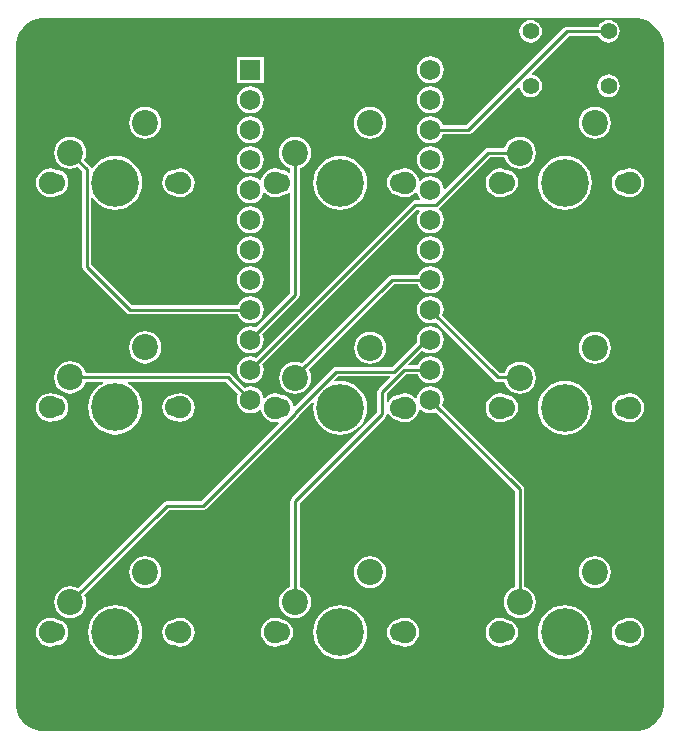
<source format=gbr>
%TF.GenerationSoftware,Altium Limited,Altium Designer,20.1.12 (249)*%
G04 Layer_Physical_Order=2*
G04 Layer_Color=16711680*
%FSLAX26Y26*%
%MOIN*%
%TF.SameCoordinates,63403D4D-F3CE-4837-A966-4B93B91F9A20*%
%TF.FilePolarity,Positive*%
%TF.FileFunction,Copper,L2,Bot,Signal*%
%TF.Part,Single*%
G01*
G75*
%TA.AperFunction,ComponentPad*%
%ADD10C,0.069016*%
%ADD11R,0.069016X0.069016*%
%ADD12C,0.086614*%
%ADD13C,0.066929*%
%ADD14C,0.074803*%
%ADD15C,0.159449*%
%ADD16C,0.055118*%
%TA.AperFunction,Conductor*%
%ADD17C,0.010000*%
G36*
X2099986Y2383104D02*
X2117540Y2375833D01*
X2133338Y2365277D01*
X2146773Y2351842D01*
X2157329Y2336044D01*
X2164600Y2318490D01*
X2168307Y2299854D01*
Y2290354D01*
Y104331D01*
Y95024D01*
X2164676Y76769D01*
X2157553Y59574D01*
X2147213Y44098D01*
X2134052Y30937D01*
X2118576Y20596D01*
X2101380Y13474D01*
X2083125Y9842D01*
X2073819Y9842D01*
X93250D01*
X75375Y13398D01*
X58538Y20372D01*
X43384Y30497D01*
X30497Y43384D01*
X20372Y58538D01*
X13398Y75375D01*
X9842Y93250D01*
X9842Y102362D01*
Y2292323D01*
Y2301629D01*
X13474Y2319884D01*
X20596Y2337080D01*
X30937Y2352555D01*
X44098Y2365716D01*
X59574Y2376057D01*
X76769Y2383180D01*
X95024Y2386811D01*
X2081351D01*
X2099986Y2383104D01*
D02*
G37*
%LPC*%
G36*
X1984252Y2380403D02*
X1974447Y2379112D01*
X1965310Y2375327D01*
X1957465Y2369307D01*
X1951444Y2361461D01*
X1949933Y2357814D01*
X1845324D01*
X1839472Y2356649D01*
X1834510Y2353334D01*
X1510643Y2029467D01*
X1431604D01*
X1428641Y2036619D01*
X1421507Y2045917D01*
X1412210Y2053051D01*
X1401383Y2057535D01*
X1389764Y2059065D01*
X1378145Y2057535D01*
X1367318Y2053051D01*
X1358020Y2045917D01*
X1350886Y2036619D01*
X1346402Y2025792D01*
X1344872Y2014173D01*
X1346402Y2002554D01*
X1350886Y1991727D01*
X1358020Y1982430D01*
X1367318Y1975296D01*
X1378145Y1970811D01*
X1389764Y1969281D01*
X1401383Y1970811D01*
X1412210Y1975296D01*
X1421507Y1982430D01*
X1428641Y1991727D01*
X1431604Y1998879D01*
X1516978D01*
X1522830Y2000043D01*
X1527792Y2003359D01*
X1681991Y2157558D01*
X1687270Y2155766D01*
X1687817Y2151613D01*
X1691602Y2142476D01*
X1697622Y2134630D01*
X1705468Y2128610D01*
X1714605Y2124825D01*
X1724409Y2123534D01*
X1734214Y2124825D01*
X1743351Y2128610D01*
X1751197Y2134630D01*
X1757217Y2142476D01*
X1761002Y2151613D01*
X1762293Y2161417D01*
X1761002Y2171222D01*
X1757217Y2180359D01*
X1751197Y2188205D01*
X1743351Y2194225D01*
X1734214Y2198010D01*
X1730061Y2198557D01*
X1728269Y2203836D01*
X1851659Y2327226D01*
X1949933D01*
X1951444Y2323578D01*
X1957465Y2315732D01*
X1965310Y2309712D01*
X1974447Y2305927D01*
X1984252Y2304637D01*
X1994057Y2305927D01*
X2003194Y2309712D01*
X2011039Y2315732D01*
X2017060Y2323578D01*
X2020844Y2332715D01*
X2022135Y2342520D01*
X2020844Y2352325D01*
X2017060Y2361461D01*
X2011039Y2369307D01*
X2003194Y2375327D01*
X1994057Y2379112D01*
X1984252Y2380403D01*
D02*
G37*
G36*
X1724409D02*
X1714605Y2379112D01*
X1705468Y2375327D01*
X1697622Y2369307D01*
X1691602Y2361461D01*
X1687817Y2352325D01*
X1686526Y2342520D01*
X1687817Y2332715D01*
X1691602Y2323578D01*
X1697622Y2315732D01*
X1705468Y2309712D01*
X1714605Y2305927D01*
X1724409Y2304637D01*
X1734214Y2305927D01*
X1743351Y2309712D01*
X1751197Y2315732D01*
X1757217Y2323578D01*
X1761002Y2332715D01*
X1762293Y2342520D01*
X1761002Y2352325D01*
X1757217Y2361461D01*
X1751197Y2369307D01*
X1743351Y2375327D01*
X1734214Y2379112D01*
X1724409Y2380403D01*
D02*
G37*
G36*
X834272Y2258681D02*
X745256D01*
Y2169665D01*
X834272D01*
Y2258681D01*
D02*
G37*
G36*
X1389764Y2259065D02*
X1378145Y2257535D01*
X1367318Y2253051D01*
X1358020Y2245917D01*
X1350886Y2236619D01*
X1346402Y2225792D01*
X1344872Y2214173D01*
X1346402Y2202554D01*
X1350886Y2191727D01*
X1358020Y2182430D01*
X1367318Y2175296D01*
X1378145Y2170811D01*
X1389764Y2169281D01*
X1401383Y2170811D01*
X1412210Y2175296D01*
X1421507Y2182430D01*
X1428641Y2191727D01*
X1433126Y2202554D01*
X1434656Y2214173D01*
X1433126Y2225792D01*
X1428641Y2236619D01*
X1421507Y2245917D01*
X1412210Y2253051D01*
X1401383Y2257535D01*
X1389764Y2259065D01*
D02*
G37*
G36*
X1984252Y2199300D02*
X1974447Y2198010D01*
X1965310Y2194225D01*
X1957465Y2188205D01*
X1951444Y2180359D01*
X1947660Y2171222D01*
X1946369Y2161417D01*
X1947660Y2151613D01*
X1951444Y2142476D01*
X1957465Y2134630D01*
X1965310Y2128610D01*
X1974447Y2124825D01*
X1984252Y2123534D01*
X1994057Y2124825D01*
X2003194Y2128610D01*
X2011039Y2134630D01*
X2017060Y2142476D01*
X2020844Y2151613D01*
X2022135Y2161417D01*
X2020844Y2171222D01*
X2017060Y2180359D01*
X2011039Y2188205D01*
X2003194Y2194225D01*
X1994057Y2198010D01*
X1984252Y2199300D01*
D02*
G37*
G36*
X1389764Y2159065D02*
X1378145Y2157535D01*
X1367318Y2153051D01*
X1358020Y2145917D01*
X1350886Y2136619D01*
X1346402Y2125792D01*
X1344872Y2114173D01*
X1346402Y2102554D01*
X1350886Y2091727D01*
X1358020Y2082430D01*
X1367318Y2075296D01*
X1378145Y2070811D01*
X1389764Y2069281D01*
X1401383Y2070811D01*
X1412210Y2075296D01*
X1421507Y2082430D01*
X1428641Y2091727D01*
X1433126Y2102554D01*
X1434656Y2114173D01*
X1433126Y2125792D01*
X1428641Y2136619D01*
X1421507Y2145917D01*
X1412210Y2153051D01*
X1401383Y2157535D01*
X1389764Y2159065D01*
D02*
G37*
G36*
X789764D02*
X778145Y2157535D01*
X767318Y2153051D01*
X758020Y2145917D01*
X750886Y2136619D01*
X746402Y2125792D01*
X744872Y2114173D01*
X746402Y2102554D01*
X750886Y2091727D01*
X758020Y2082430D01*
X767318Y2075296D01*
X778145Y2070811D01*
X789764Y2069281D01*
X801383Y2070811D01*
X812210Y2075296D01*
X821507Y2082430D01*
X828641Y2091727D01*
X833126Y2102554D01*
X834656Y2114173D01*
X833126Y2125792D01*
X828641Y2136619D01*
X821507Y2145917D01*
X812210Y2153051D01*
X801383Y2157535D01*
X789764Y2159065D01*
D02*
G37*
G36*
X1938539Y2091838D02*
X1924623Y2090006D01*
X1911656Y2084635D01*
X1900520Y2076090D01*
X1891976Y2064954D01*
X1886604Y2051987D01*
X1884772Y2038071D01*
X1886604Y2024155D01*
X1891976Y2011187D01*
X1900520Y2000052D01*
X1911656Y1991507D01*
X1924623Y1986136D01*
X1938539Y1984304D01*
X1952455Y1986136D01*
X1965423Y1991507D01*
X1976559Y2000052D01*
X1985103Y2011187D01*
X1990474Y2024155D01*
X1992306Y2038071D01*
X1990474Y2051987D01*
X1985103Y2064954D01*
X1976559Y2076090D01*
X1965423Y2084635D01*
X1952455Y2090006D01*
X1938539Y2091838D01*
D02*
G37*
G36*
X1189327D02*
X1175411Y2090006D01*
X1162443Y2084635D01*
X1151308Y2076090D01*
X1142763Y2064954D01*
X1137392Y2051987D01*
X1135560Y2038071D01*
X1137392Y2024155D01*
X1142763Y2011187D01*
X1151308Y2000052D01*
X1162443Y1991507D01*
X1175411Y1986136D01*
X1189327Y1984304D01*
X1203243Y1986136D01*
X1216210Y1991507D01*
X1227346Y2000052D01*
X1235891Y2011187D01*
X1241262Y2024155D01*
X1243094Y2038071D01*
X1241262Y2051987D01*
X1235891Y2064954D01*
X1227346Y2076090D01*
X1216210Y2084635D01*
X1203243Y2090006D01*
X1189327Y2091838D01*
D02*
G37*
G36*
X440114D02*
X426198Y2090006D01*
X413231Y2084635D01*
X402095Y2076090D01*
X393550Y2064954D01*
X388179Y2051987D01*
X386347Y2038071D01*
X388179Y2024155D01*
X393550Y2011187D01*
X402095Y2000052D01*
X413231Y1991507D01*
X426198Y1986136D01*
X440114Y1984304D01*
X454030Y1986136D01*
X466998Y1991507D01*
X478133Y2000052D01*
X486678Y2011187D01*
X492049Y2024155D01*
X493881Y2038071D01*
X492049Y2051987D01*
X486678Y2064954D01*
X478133Y2076090D01*
X466998Y2084635D01*
X454030Y2090006D01*
X440114Y2091838D01*
D02*
G37*
G36*
X789764Y2059065D02*
X778145Y2057535D01*
X767318Y2053051D01*
X758020Y2045917D01*
X750886Y2036619D01*
X746402Y2025792D01*
X744872Y2014173D01*
X746402Y2002554D01*
X750886Y1991727D01*
X758020Y1982430D01*
X767318Y1975296D01*
X778145Y1970811D01*
X789764Y1969281D01*
X801383Y1970811D01*
X812210Y1975296D01*
X821507Y1982430D01*
X828641Y1991727D01*
X833126Y2002554D01*
X834656Y2014173D01*
X833126Y2025792D01*
X828641Y2036619D01*
X821507Y2045917D01*
X812210Y2053051D01*
X801383Y2057535D01*
X789764Y2059065D01*
D02*
G37*
G36*
X1688539Y1991838D02*
X1674623Y1990006D01*
X1661656Y1984635D01*
X1650520Y1976090D01*
X1641976Y1964954D01*
X1637175Y1953365D01*
X1583676D01*
X1577823Y1952201D01*
X1572862Y1948885D01*
X1439519Y1815542D01*
X1434239Y1817334D01*
X1433126Y1825792D01*
X1428641Y1836619D01*
X1421507Y1845917D01*
X1412210Y1853051D01*
X1401383Y1857535D01*
X1389764Y1859065D01*
X1378145Y1857535D01*
X1367318Y1853051D01*
X1358020Y1845917D01*
X1357405Y1845114D01*
X1352575Y1846409D01*
X1352044Y1850445D01*
X1347267Y1861976D01*
X1339669Y1871878D01*
X1329768Y1879476D01*
X1318237Y1884252D01*
X1305862Y1885881D01*
X1293488Y1884252D01*
X1287139Y1881622D01*
X1277980Y1880417D01*
X1267407Y1876037D01*
X1258328Y1869070D01*
X1251361Y1859991D01*
X1246981Y1849417D01*
X1245487Y1838071D01*
X1246981Y1826724D01*
X1251361Y1816151D01*
X1258328Y1807072D01*
X1267407Y1800105D01*
X1277980Y1795725D01*
X1287139Y1794519D01*
X1293488Y1791889D01*
X1305862Y1790260D01*
X1318237Y1791889D01*
X1329768Y1796666D01*
X1339669Y1804264D01*
X1341247Y1806319D01*
X1346076Y1805025D01*
X1346402Y1802554D01*
X1350886Y1791727D01*
X1356835Y1783975D01*
X1354765Y1778975D01*
X1339272D01*
X1333419Y1777811D01*
X1328457Y1774495D01*
X808535Y1254573D01*
X801383Y1257535D01*
X789764Y1259065D01*
X778145Y1257535D01*
X767318Y1253051D01*
X758020Y1245917D01*
X750886Y1236619D01*
X746402Y1225792D01*
X744872Y1214173D01*
X746402Y1202554D01*
X750886Y1191727D01*
X758020Y1182430D01*
X767318Y1175296D01*
X778145Y1170811D01*
X789764Y1169281D01*
X801383Y1170811D01*
X812210Y1175296D01*
X821507Y1182430D01*
X828641Y1191727D01*
X833126Y1202554D01*
X834656Y1214173D01*
X833126Y1225792D01*
X830163Y1232944D01*
X1345607Y1748387D01*
X1353614D01*
X1356080Y1743387D01*
X1350886Y1736619D01*
X1346402Y1725792D01*
X1344872Y1714173D01*
X1346402Y1702554D01*
X1350886Y1691727D01*
X1358020Y1682430D01*
X1367318Y1675296D01*
X1378145Y1670811D01*
X1389764Y1669281D01*
X1401383Y1670811D01*
X1412210Y1675296D01*
X1421507Y1682430D01*
X1428641Y1691727D01*
X1433126Y1702554D01*
X1434656Y1714173D01*
X1433126Y1725792D01*
X1428641Y1736619D01*
X1421507Y1745917D01*
X1419416Y1747521D01*
X1419559Y1751887D01*
X1420345Y1753111D01*
X1590011Y1922777D01*
X1637175D01*
X1641976Y1911187D01*
X1650520Y1900052D01*
X1661656Y1891507D01*
X1674623Y1886136D01*
X1688539Y1884304D01*
X1702455Y1886136D01*
X1715423Y1891507D01*
X1726559Y1900052D01*
X1735103Y1911187D01*
X1740474Y1924155D01*
X1742306Y1938071D01*
X1740474Y1951987D01*
X1735103Y1964954D01*
X1726559Y1976090D01*
X1715423Y1984635D01*
X1702455Y1990006D01*
X1688539Y1991838D01*
D02*
G37*
G36*
X939327D02*
X925411Y1990006D01*
X912443Y1984635D01*
X901308Y1976090D01*
X892763Y1964954D01*
X887392Y1951987D01*
X885560Y1938071D01*
X887392Y1924155D01*
X892763Y1911187D01*
X901308Y1900052D01*
X912443Y1891507D01*
X924033Y1886707D01*
Y1871889D01*
X919033Y1870062D01*
X911247Y1876037D01*
X900673Y1880417D01*
X891515Y1881622D01*
X885166Y1884252D01*
X872791Y1885881D01*
X860417Y1884252D01*
X848886Y1879476D01*
X838984Y1871878D01*
X831386Y1861976D01*
X826610Y1850445D01*
X826179Y1847168D01*
X825450Y1846973D01*
X821020Y1846291D01*
X812210Y1853051D01*
X801383Y1857535D01*
X789764Y1859065D01*
X778145Y1857535D01*
X767318Y1853051D01*
X758020Y1845917D01*
X750886Y1836619D01*
X746402Y1825792D01*
X744872Y1814173D01*
X746402Y1802554D01*
X750886Y1791727D01*
X758020Y1782430D01*
X767318Y1775296D01*
X778145Y1770811D01*
X789764Y1769281D01*
X801383Y1770811D01*
X812210Y1775296D01*
X821507Y1782430D01*
X828641Y1791727D01*
X833126Y1802554D01*
X833323Y1804053D01*
X838153Y1805347D01*
X838984Y1804264D01*
X848886Y1796666D01*
X860417Y1791889D01*
X872791Y1790260D01*
X885166Y1791889D01*
X891515Y1794519D01*
X900673Y1795725D01*
X911247Y1800105D01*
X919033Y1806079D01*
X924033Y1804253D01*
Y1470071D01*
X808535Y1354573D01*
X801383Y1357535D01*
X789764Y1359065D01*
X778145Y1357535D01*
X767318Y1353051D01*
X758020Y1345917D01*
X750886Y1336619D01*
X746402Y1325792D01*
X744872Y1314173D01*
X746402Y1302554D01*
X750886Y1291727D01*
X758020Y1282430D01*
X767318Y1275296D01*
X778145Y1270811D01*
X789764Y1269281D01*
X801383Y1270811D01*
X812210Y1275296D01*
X821507Y1282430D01*
X828641Y1291727D01*
X833126Y1302554D01*
X834656Y1314173D01*
X833126Y1325792D01*
X830163Y1332944D01*
X950141Y1452922D01*
X953457Y1457884D01*
X954621Y1463736D01*
Y1886707D01*
X966210Y1891507D01*
X977346Y1900052D01*
X985891Y1911187D01*
X991262Y1924155D01*
X993094Y1938071D01*
X991262Y1951987D01*
X985891Y1964954D01*
X977346Y1976090D01*
X966210Y1984635D01*
X953243Y1990006D01*
X939327Y1991838D01*
D02*
G37*
G36*
X1389764Y1959065D02*
X1378145Y1957535D01*
X1367318Y1953051D01*
X1358020Y1945917D01*
X1350886Y1936619D01*
X1346402Y1925792D01*
X1344872Y1914173D01*
X1346402Y1902554D01*
X1350886Y1891727D01*
X1358020Y1882430D01*
X1367318Y1875296D01*
X1378145Y1870811D01*
X1389764Y1869281D01*
X1401383Y1870811D01*
X1412210Y1875296D01*
X1421507Y1882430D01*
X1428641Y1891727D01*
X1433126Y1902554D01*
X1434656Y1914173D01*
X1433126Y1925792D01*
X1428641Y1936619D01*
X1421507Y1945917D01*
X1412210Y1953051D01*
X1401383Y1957535D01*
X1389764Y1959065D01*
D02*
G37*
G36*
X789764D02*
X778145Y1957535D01*
X767318Y1953051D01*
X758020Y1945917D01*
X750886Y1936619D01*
X746402Y1925792D01*
X744872Y1914173D01*
X746402Y1902554D01*
X750886Y1891727D01*
X758020Y1882430D01*
X767318Y1875296D01*
X778145Y1870811D01*
X789764Y1869281D01*
X801383Y1870811D01*
X812210Y1875296D01*
X821507Y1882430D01*
X828641Y1891727D01*
X833126Y1902554D01*
X834656Y1914173D01*
X833126Y1925792D01*
X828641Y1936619D01*
X821507Y1945917D01*
X812210Y1953051D01*
X801383Y1957535D01*
X789764Y1959065D01*
D02*
G37*
G36*
X2055075Y1885881D02*
X2042701Y1884252D01*
X2036352Y1881622D01*
X2027193Y1880417D01*
X2016620Y1876037D01*
X2007540Y1869070D01*
X2000573Y1859991D01*
X1996194Y1849417D01*
X1994700Y1838071D01*
X1996194Y1826724D01*
X2000573Y1816151D01*
X2007540Y1807072D01*
X2016620Y1800105D01*
X2027193Y1795725D01*
X2036352Y1794519D01*
X2042701Y1791889D01*
X2055075Y1790260D01*
X2067449Y1791889D01*
X2078980Y1796666D01*
X2088882Y1804264D01*
X2096480Y1814166D01*
X2101256Y1825697D01*
X2102885Y1838071D01*
X2101256Y1850445D01*
X2096480Y1861976D01*
X2088882Y1871878D01*
X2078980Y1879476D01*
X2067449Y1884252D01*
X2055075Y1885881D01*
D02*
G37*
G36*
X1622004D02*
X1609630Y1884252D01*
X1598099Y1879476D01*
X1588197Y1871878D01*
X1580599Y1861976D01*
X1575822Y1850445D01*
X1574193Y1838071D01*
X1575822Y1825697D01*
X1580599Y1814166D01*
X1588197Y1804264D01*
X1598099Y1796666D01*
X1609630Y1791889D01*
X1622004Y1790260D01*
X1634378Y1791889D01*
X1640727Y1794519D01*
X1649886Y1795725D01*
X1660459Y1800105D01*
X1669539Y1807072D01*
X1676505Y1816151D01*
X1680885Y1826724D01*
X1682379Y1838071D01*
X1680885Y1849417D01*
X1676505Y1859991D01*
X1669539Y1869070D01*
X1660459Y1876037D01*
X1649886Y1880417D01*
X1640727Y1881622D01*
X1634378Y1884252D01*
X1622004Y1885881D01*
D02*
G37*
G36*
X556650D02*
X544275Y1884252D01*
X537926Y1881622D01*
X528768Y1880417D01*
X518194Y1876037D01*
X509115Y1869070D01*
X502148Y1859991D01*
X497768Y1849417D01*
X496275Y1838071D01*
X497768Y1826724D01*
X502148Y1816151D01*
X509115Y1807072D01*
X518194Y1800105D01*
X528768Y1795725D01*
X537926Y1794519D01*
X544275Y1791889D01*
X556650Y1790260D01*
X569024Y1791889D01*
X580555Y1796666D01*
X590457Y1804264D01*
X598055Y1814166D01*
X602831Y1825697D01*
X604460Y1838071D01*
X602831Y1850445D01*
X598055Y1861976D01*
X590457Y1871878D01*
X580555Y1879476D01*
X569024Y1884252D01*
X556650Y1885881D01*
D02*
G37*
G36*
X123579D02*
X111204Y1884252D01*
X99674Y1879476D01*
X89772Y1871878D01*
X82174Y1861976D01*
X77397Y1850445D01*
X75768Y1838071D01*
X77397Y1825697D01*
X82174Y1814166D01*
X89772Y1804264D01*
X99673Y1796666D01*
X111204Y1791889D01*
X123579Y1790260D01*
X135953Y1791889D01*
X142302Y1794519D01*
X151461Y1795725D01*
X162034Y1800105D01*
X171113Y1807072D01*
X178080Y1816151D01*
X182460Y1826724D01*
X183954Y1838071D01*
X182460Y1849417D01*
X178080Y1859991D01*
X171113Y1869070D01*
X162034Y1876037D01*
X151461Y1880417D01*
X142302Y1881622D01*
X135953Y1884252D01*
X123579Y1885881D01*
D02*
G37*
G36*
X1838539Y1928229D02*
X1820950Y1926497D01*
X1804037Y1921367D01*
X1788450Y1913035D01*
X1774788Y1901823D01*
X1763575Y1888160D01*
X1755244Y1872573D01*
X1750113Y1855660D01*
X1748381Y1838071D01*
X1750113Y1820482D01*
X1755244Y1803569D01*
X1763575Y1787982D01*
X1774788Y1774319D01*
X1788450Y1763107D01*
X1804037Y1754775D01*
X1820950Y1749645D01*
X1838539Y1747912D01*
X1856129Y1749645D01*
X1873042Y1754775D01*
X1888629Y1763107D01*
X1902291Y1774319D01*
X1913504Y1787982D01*
X1921835Y1803569D01*
X1926966Y1820482D01*
X1928698Y1838071D01*
X1926966Y1855660D01*
X1921835Y1872573D01*
X1913504Y1888160D01*
X1902291Y1901823D01*
X1888629Y1913035D01*
X1873042Y1921367D01*
X1856129Y1926497D01*
X1838539Y1928229D01*
D02*
G37*
G36*
X1089327D02*
X1071738Y1926497D01*
X1054825Y1921367D01*
X1039237Y1913035D01*
X1025575Y1901823D01*
X1014363Y1888160D01*
X1006031Y1872573D01*
X1000901Y1855660D01*
X999168Y1838071D01*
X1000901Y1820482D01*
X1006031Y1803569D01*
X1014363Y1787982D01*
X1025575Y1774319D01*
X1039237Y1763107D01*
X1054825Y1754775D01*
X1071738Y1749645D01*
X1089327Y1747912D01*
X1106916Y1749645D01*
X1123829Y1754775D01*
X1139416Y1763107D01*
X1153079Y1774319D01*
X1164291Y1787982D01*
X1172622Y1803569D01*
X1177753Y1820482D01*
X1179485Y1838071D01*
X1177753Y1855660D01*
X1172622Y1872573D01*
X1164291Y1888160D01*
X1153079Y1901823D01*
X1139416Y1913035D01*
X1123829Y1921367D01*
X1106916Y1926497D01*
X1089327Y1928229D01*
D02*
G37*
G36*
X190114Y1991838D02*
X176198Y1990006D01*
X163231Y1984635D01*
X152095Y1976090D01*
X143550Y1964954D01*
X138179Y1951987D01*
X136347Y1938071D01*
X138179Y1924155D01*
X143550Y1911187D01*
X152095Y1900052D01*
X163231Y1891507D01*
X176198Y1886136D01*
X190114Y1884304D01*
X204030Y1886136D01*
X215620Y1890936D01*
X230096Y1876460D01*
Y1557760D01*
X231260Y1551907D01*
X234575Y1546945D01*
X378162Y1403359D01*
X383124Y1400043D01*
X388976Y1398879D01*
X747924D01*
X750886Y1391727D01*
X758020Y1382430D01*
X767318Y1375296D01*
X778145Y1370811D01*
X789764Y1369281D01*
X801383Y1370811D01*
X812210Y1375296D01*
X821507Y1382430D01*
X828641Y1391727D01*
X833126Y1402554D01*
X834656Y1414173D01*
X833126Y1425792D01*
X828641Y1436619D01*
X821507Y1445917D01*
X812210Y1453051D01*
X801383Y1457535D01*
X789764Y1459065D01*
X778145Y1457535D01*
X767318Y1453051D01*
X758020Y1445917D01*
X750886Y1436619D01*
X747924Y1429467D01*
X395311D01*
X260684Y1564095D01*
Y1786792D01*
X265684Y1787331D01*
X276363Y1774319D01*
X290025Y1763107D01*
X305612Y1754775D01*
X322525Y1749645D01*
X340114Y1747912D01*
X357703Y1749645D01*
X374616Y1754775D01*
X390204Y1763107D01*
X403866Y1774319D01*
X415078Y1787982D01*
X423410Y1803569D01*
X428540Y1820482D01*
X430273Y1838071D01*
X428540Y1855660D01*
X423410Y1872573D01*
X415078Y1888160D01*
X403866Y1901823D01*
X390204Y1913035D01*
X374616Y1921367D01*
X357703Y1926497D01*
X340114Y1928229D01*
X322525Y1926497D01*
X305612Y1921367D01*
X290025Y1913035D01*
X276363Y1901823D01*
X265150Y1888160D01*
X264833Y1887566D01*
X259580Y1888346D01*
X259519Y1888648D01*
X256204Y1893610D01*
X237249Y1912565D01*
X242049Y1924155D01*
X243881Y1938071D01*
X242049Y1951987D01*
X236678Y1964954D01*
X228133Y1976090D01*
X216998Y1984635D01*
X204030Y1990006D01*
X190114Y1991838D01*
D02*
G37*
G36*
X789764Y1759065D02*
X778145Y1757535D01*
X767318Y1753051D01*
X758020Y1745917D01*
X750886Y1736619D01*
X746402Y1725792D01*
X744872Y1714173D01*
X746402Y1702554D01*
X750886Y1691727D01*
X758020Y1682430D01*
X767318Y1675296D01*
X778145Y1670811D01*
X789764Y1669281D01*
X801383Y1670811D01*
X812210Y1675296D01*
X821507Y1682430D01*
X828641Y1691727D01*
X833126Y1702554D01*
X834656Y1714173D01*
X833126Y1725792D01*
X828641Y1736619D01*
X821507Y1745917D01*
X812210Y1753051D01*
X801383Y1757535D01*
X789764Y1759065D01*
D02*
G37*
G36*
X1389764Y1659065D02*
X1378145Y1657535D01*
X1367318Y1653051D01*
X1358020Y1645917D01*
X1350886Y1636619D01*
X1346402Y1625792D01*
X1344872Y1614173D01*
X1346402Y1602554D01*
X1350886Y1591727D01*
X1358020Y1582430D01*
X1367318Y1575296D01*
X1378145Y1570811D01*
X1389764Y1569281D01*
X1401383Y1570811D01*
X1412210Y1575296D01*
X1421507Y1582430D01*
X1428641Y1591727D01*
X1433126Y1602554D01*
X1434656Y1614173D01*
X1433126Y1625792D01*
X1428641Y1636619D01*
X1421507Y1645917D01*
X1412210Y1653051D01*
X1401383Y1657535D01*
X1389764Y1659065D01*
D02*
G37*
G36*
X789764D02*
X778145Y1657535D01*
X767318Y1653051D01*
X758020Y1645917D01*
X750886Y1636619D01*
X746402Y1625792D01*
X744872Y1614173D01*
X746402Y1602554D01*
X750886Y1591727D01*
X758020Y1582430D01*
X767318Y1575296D01*
X778145Y1570811D01*
X789764Y1569281D01*
X801383Y1570811D01*
X812210Y1575296D01*
X821507Y1582430D01*
X828641Y1591727D01*
X833126Y1602554D01*
X834656Y1614173D01*
X833126Y1625792D01*
X828641Y1636619D01*
X821507Y1645917D01*
X812210Y1653051D01*
X801383Y1657535D01*
X789764Y1659065D01*
D02*
G37*
G36*
X1389764Y1559065D02*
X1378145Y1557535D01*
X1367318Y1553051D01*
X1358020Y1545917D01*
X1350886Y1536619D01*
X1347924Y1529467D01*
X1261220D01*
X1255368Y1528303D01*
X1250406Y1524988D01*
X961759Y1236340D01*
X953479Y1239770D01*
X939563Y1241602D01*
X925647Y1239770D01*
X912680Y1234398D01*
X901544Y1225854D01*
X892999Y1214718D01*
X887628Y1201751D01*
X885796Y1187835D01*
X887628Y1173919D01*
X892999Y1160951D01*
X901544Y1149816D01*
X912680Y1141271D01*
X925647Y1135900D01*
X939563Y1134068D01*
X953479Y1135900D01*
X966447Y1141271D01*
X977582Y1149816D01*
X986127Y1160951D01*
X991498Y1173919D01*
X993330Y1187835D01*
X991498Y1201751D01*
X986127Y1214718D01*
X984940Y1216264D01*
X1267555Y1498879D01*
X1347924D01*
X1350886Y1491727D01*
X1358020Y1482430D01*
X1367318Y1475296D01*
X1378145Y1470811D01*
X1389764Y1469281D01*
X1401383Y1470811D01*
X1412210Y1475296D01*
X1421507Y1482430D01*
X1428641Y1491727D01*
X1433126Y1502554D01*
X1434656Y1514173D01*
X1433126Y1525792D01*
X1428641Y1536619D01*
X1421507Y1545917D01*
X1412210Y1553051D01*
X1401383Y1557535D01*
X1389764Y1559065D01*
D02*
G37*
G36*
X789764D02*
X778145Y1557535D01*
X767318Y1553051D01*
X758020Y1545917D01*
X750886Y1536619D01*
X746402Y1525792D01*
X744872Y1514173D01*
X746402Y1502554D01*
X750886Y1491727D01*
X758020Y1482430D01*
X767318Y1475296D01*
X778145Y1470811D01*
X789764Y1469281D01*
X801383Y1470811D01*
X812210Y1475296D01*
X821507Y1482430D01*
X828641Y1491727D01*
X833126Y1502554D01*
X834656Y1514173D01*
X833126Y1525792D01*
X828641Y1536619D01*
X821507Y1545917D01*
X812210Y1553051D01*
X801383Y1557535D01*
X789764Y1559065D01*
D02*
G37*
G36*
X1389764Y1359065D02*
X1378145Y1357535D01*
X1367318Y1353051D01*
X1358020Y1345917D01*
X1350886Y1336619D01*
X1346402Y1325792D01*
X1344872Y1314173D01*
X1345914Y1306260D01*
X1263609Y1223955D01*
X1076429D01*
X1070577Y1222791D01*
X1065615Y1219476D01*
X937926Y1091786D01*
X932646Y1093579D01*
X931909Y1099181D01*
X927529Y1109755D01*
X920562Y1118834D01*
X911483Y1125801D01*
X900909Y1130180D01*
X891751Y1131386D01*
X885402Y1134016D01*
X873028Y1135645D01*
X860653Y1134016D01*
X849122Y1129240D01*
X839221Y1121642D01*
X838462Y1120653D01*
X833632Y1121947D01*
X833126Y1125792D01*
X828641Y1136619D01*
X821507Y1145917D01*
X812210Y1153051D01*
X801383Y1157535D01*
X789764Y1159065D01*
X778145Y1157535D01*
X770993Y1154573D01*
X725893Y1199673D01*
X720931Y1202988D01*
X715079Y1204152D01*
X241478D01*
X236678Y1215742D01*
X228133Y1226877D01*
X216998Y1235422D01*
X204030Y1240793D01*
X190114Y1242625D01*
X176198Y1240793D01*
X163231Y1235422D01*
X152095Y1226877D01*
X143550Y1215742D01*
X138179Y1202774D01*
X136347Y1188858D01*
X138179Y1174942D01*
X143550Y1161975D01*
X152095Y1150839D01*
X163231Y1142295D01*
X176198Y1136923D01*
X190114Y1135091D01*
X204030Y1136923D01*
X216998Y1142295D01*
X228133Y1150839D01*
X236678Y1161975D01*
X241478Y1173564D01*
X297644D01*
X298896Y1168564D01*
X290025Y1163822D01*
X276363Y1152610D01*
X265150Y1138948D01*
X256819Y1123361D01*
X251688Y1106447D01*
X249956Y1088858D01*
X251688Y1071269D01*
X256819Y1054356D01*
X265150Y1038769D01*
X276363Y1025107D01*
X290025Y1013894D01*
X305612Y1005563D01*
X322525Y1000432D01*
X340114Y998700D01*
X357703Y1000432D01*
X374616Y1005563D01*
X390204Y1013894D01*
X403866Y1025107D01*
X415078Y1038769D01*
X423410Y1054356D01*
X428540Y1071269D01*
X430273Y1088858D01*
X428540Y1106447D01*
X423410Y1123361D01*
X415078Y1138948D01*
X403866Y1152610D01*
X390204Y1163822D01*
X381332Y1168564D01*
X382584Y1173564D01*
X708744D01*
X749364Y1132944D01*
X746402Y1125792D01*
X744872Y1114173D01*
X746402Y1102554D01*
X750886Y1091727D01*
X758020Y1082430D01*
X767318Y1075296D01*
X778145Y1070811D01*
X789764Y1069281D01*
X801383Y1070811D01*
X812210Y1075296D01*
X820942Y1081996D01*
X826098Y1081143D01*
X826846Y1075460D01*
X831622Y1063929D01*
X839221Y1054028D01*
X849122Y1046430D01*
X860653Y1041653D01*
X873028Y1040024D01*
X882890Y1041323D01*
X885226Y1036587D01*
X624965Y776327D01*
X511501D01*
X505649Y775162D01*
X500687Y771847D01*
X215620Y486780D01*
X204030Y491581D01*
X190114Y493413D01*
X176198Y491581D01*
X163231Y486209D01*
X152095Y477665D01*
X143550Y466529D01*
X138179Y453562D01*
X136347Y439646D01*
X138179Y425730D01*
X143550Y412762D01*
X152095Y401627D01*
X163231Y393082D01*
X176198Y387711D01*
X190114Y385879D01*
X204030Y387711D01*
X216998Y393082D01*
X228133Y401627D01*
X236678Y412762D01*
X242049Y425730D01*
X243881Y439646D01*
X242049Y453562D01*
X237249Y465151D01*
X517836Y745739D01*
X631300D01*
X637153Y746903D01*
X642115Y750218D01*
X948842Y1056946D01*
X952157Y1061907D01*
X952369Y1062973D01*
X997138Y1107741D01*
X1001055Y1104587D01*
X999405Y1087835D01*
X1001137Y1070246D01*
X1006268Y1053332D01*
X1014599Y1037745D01*
X1025811Y1024083D01*
X1039474Y1012871D01*
X1055061Y1004539D01*
X1071974Y999409D01*
X1089563Y997676D01*
X1107152Y999409D01*
X1124065Y1004539D01*
X1139652Y1012871D01*
X1153315Y1024083D01*
X1164527Y1037745D01*
X1172859Y1053332D01*
X1177989Y1070246D01*
X1179722Y1087835D01*
X1177989Y1105424D01*
X1172859Y1122337D01*
X1164527Y1137924D01*
X1153315Y1151586D01*
X1139652Y1162799D01*
X1124065Y1171130D01*
X1107152Y1176261D01*
X1089563Y1177993D01*
X1072811Y1176343D01*
X1069657Y1180260D01*
X1082764Y1193368D01*
X1254773D01*
X1256686Y1188748D01*
X1218516Y1150578D01*
X1215201Y1145617D01*
X1214037Y1139764D01*
Y1072280D01*
X928512Y786755D01*
X925197Y781794D01*
X924033Y775941D01*
Y491010D01*
X912443Y486209D01*
X901308Y477665D01*
X892763Y466529D01*
X887392Y453562D01*
X885560Y439646D01*
X887392Y425730D01*
X892763Y412762D01*
X901308Y401627D01*
X912443Y393082D01*
X925411Y387711D01*
X939327Y385879D01*
X953243Y387711D01*
X966210Y393082D01*
X977346Y401627D01*
X985890Y412762D01*
X991262Y425730D01*
X993094Y439646D01*
X991262Y453562D01*
X985890Y466529D01*
X977346Y477665D01*
X966210Y486209D01*
X954621Y491010D01*
Y769606D01*
X1240145Y1055130D01*
X1243460Y1060092D01*
X1244625Y1065945D01*
Y1069682D01*
X1249625Y1070676D01*
X1251597Y1065915D01*
X1258564Y1056835D01*
X1267643Y1049869D01*
X1278217Y1045489D01*
X1287375Y1044283D01*
X1293724Y1041653D01*
X1306099Y1040024D01*
X1318473Y1041653D01*
X1330004Y1046430D01*
X1339906Y1054028D01*
X1347504Y1063929D01*
X1352280Y1075460D01*
X1353051Y1081318D01*
X1355505Y1081975D01*
X1358220Y1082276D01*
X1367318Y1075296D01*
X1378145Y1070811D01*
X1389764Y1069281D01*
X1401383Y1070811D01*
X1408535Y1073774D01*
X1673245Y809063D01*
Y491010D01*
X1661656Y486209D01*
X1650520Y477665D01*
X1641976Y466529D01*
X1636604Y453562D01*
X1634772Y439646D01*
X1636604Y425730D01*
X1641976Y412762D01*
X1650520Y401627D01*
X1661656Y393082D01*
X1674623Y387711D01*
X1688539Y385879D01*
X1702455Y387711D01*
X1715423Y393082D01*
X1726559Y401627D01*
X1735103Y412762D01*
X1740474Y425730D01*
X1742306Y439646D01*
X1740474Y453562D01*
X1735103Y466529D01*
X1726559Y477665D01*
X1715423Y486209D01*
X1703833Y491010D01*
Y815398D01*
X1702669Y821250D01*
X1699354Y826212D01*
X1430164Y1095402D01*
X1433126Y1102554D01*
X1434656Y1114173D01*
X1433126Y1125792D01*
X1428641Y1136619D01*
X1421507Y1145917D01*
X1412210Y1153051D01*
X1401383Y1157535D01*
X1389764Y1159065D01*
X1378145Y1157535D01*
X1367318Y1153051D01*
X1358020Y1145917D01*
X1350886Y1136619D01*
X1346402Y1125792D01*
X1345837Y1121501D01*
X1341007Y1120207D01*
X1339906Y1121642D01*
X1330004Y1129240D01*
X1318473Y1134016D01*
X1306099Y1135645D01*
X1293724Y1134016D01*
X1287375Y1131386D01*
X1278217Y1130180D01*
X1267643Y1125801D01*
X1258564Y1118834D01*
X1251597Y1109755D01*
X1249625Y1104993D01*
X1244625Y1105988D01*
Y1133429D01*
X1310075Y1198879D01*
X1347924D01*
X1350886Y1191727D01*
X1358020Y1182430D01*
X1367318Y1175296D01*
X1378145Y1170811D01*
X1389764Y1169281D01*
X1401383Y1170811D01*
X1412210Y1175296D01*
X1421507Y1182430D01*
X1428641Y1191727D01*
X1433126Y1202554D01*
X1434656Y1214173D01*
X1433126Y1225792D01*
X1428641Y1236619D01*
X1421507Y1245917D01*
X1412210Y1253051D01*
X1401383Y1257535D01*
X1389764Y1259065D01*
X1378145Y1257535D01*
X1367318Y1253051D01*
X1358020Y1245917D01*
X1350886Y1236619D01*
X1347924Y1229467D01*
X1318911D01*
X1316998Y1234086D01*
X1362163Y1279251D01*
X1367318Y1275296D01*
X1378145Y1270811D01*
X1389764Y1269281D01*
X1401383Y1270811D01*
X1412210Y1275296D01*
X1421507Y1282430D01*
X1428641Y1291727D01*
X1433126Y1302554D01*
X1434656Y1314173D01*
X1433126Y1325792D01*
X1428641Y1336619D01*
X1421507Y1345917D01*
X1412210Y1353051D01*
X1401383Y1357535D01*
X1389764Y1359065D01*
D02*
G37*
G36*
X440114Y1342625D02*
X426198Y1340793D01*
X413231Y1335422D01*
X402095Y1326877D01*
X393550Y1315742D01*
X388179Y1302774D01*
X386347Y1288858D01*
X388179Y1274942D01*
X393550Y1261975D01*
X402095Y1250839D01*
X413231Y1242295D01*
X426198Y1236923D01*
X440114Y1235091D01*
X454030Y1236923D01*
X466998Y1242295D01*
X478133Y1250839D01*
X486678Y1261975D01*
X492049Y1274942D01*
X493881Y1288858D01*
X492049Y1302774D01*
X486678Y1315742D01*
X478133Y1326877D01*
X466998Y1335422D01*
X454030Y1340793D01*
X440114Y1342625D01*
D02*
G37*
G36*
X1938776Y1341602D02*
X1924860Y1339770D01*
X1911892Y1334398D01*
X1900757Y1325854D01*
X1892212Y1314718D01*
X1886841Y1301751D01*
X1885009Y1287835D01*
X1886841Y1273919D01*
X1892212Y1260951D01*
X1900757Y1249816D01*
X1911892Y1241271D01*
X1924860Y1235900D01*
X1938776Y1234068D01*
X1952692Y1235900D01*
X1965659Y1241271D01*
X1976795Y1249816D01*
X1985339Y1260951D01*
X1990711Y1273919D01*
X1992543Y1287835D01*
X1990711Y1301751D01*
X1985339Y1314718D01*
X1976795Y1325854D01*
X1965659Y1334398D01*
X1952692Y1339770D01*
X1938776Y1341602D01*
D02*
G37*
G36*
X1189563D02*
X1175647Y1339770D01*
X1162680Y1334398D01*
X1151544Y1325854D01*
X1142999Y1314718D01*
X1137628Y1301751D01*
X1135796Y1287835D01*
X1137628Y1273919D01*
X1142999Y1260951D01*
X1151544Y1249816D01*
X1162680Y1241271D01*
X1175647Y1235900D01*
X1189563Y1234068D01*
X1203479Y1235900D01*
X1216447Y1241271D01*
X1227582Y1249816D01*
X1236127Y1260951D01*
X1241498Y1273919D01*
X1243330Y1287835D01*
X1241498Y1301751D01*
X1236127Y1314718D01*
X1227582Y1325854D01*
X1216447Y1334398D01*
X1203479Y1339770D01*
X1189563Y1341602D01*
D02*
G37*
G36*
X1389764Y1459065D02*
X1378145Y1457535D01*
X1367318Y1453051D01*
X1358020Y1445917D01*
X1350886Y1436619D01*
X1346402Y1425792D01*
X1344872Y1414173D01*
X1346402Y1402554D01*
X1350886Y1391727D01*
X1358020Y1382430D01*
X1367318Y1375296D01*
X1378145Y1370811D01*
X1389764Y1369281D01*
X1401383Y1370811D01*
X1408535Y1373774D01*
X1603685Y1178624D01*
X1608646Y1175308D01*
X1614499Y1174144D01*
X1636811D01*
X1636841Y1173919D01*
X1642212Y1160951D01*
X1650757Y1149816D01*
X1661892Y1141271D01*
X1674860Y1135900D01*
X1688776Y1134068D01*
X1702692Y1135900D01*
X1715659Y1141271D01*
X1726795Y1149816D01*
X1735339Y1160951D01*
X1740711Y1173919D01*
X1742543Y1187835D01*
X1740711Y1201751D01*
X1735339Y1214718D01*
X1726795Y1225854D01*
X1715659Y1234398D01*
X1702692Y1239770D01*
X1688776Y1241602D01*
X1674860Y1239770D01*
X1661892Y1234398D01*
X1650757Y1225854D01*
X1642212Y1214718D01*
X1638076Y1204732D01*
X1620834D01*
X1430164Y1395402D01*
X1433126Y1402554D01*
X1434656Y1414173D01*
X1433126Y1425792D01*
X1428641Y1436619D01*
X1421507Y1445917D01*
X1412210Y1453051D01*
X1401383Y1457535D01*
X1389764Y1459065D01*
D02*
G37*
G36*
X556650Y1136669D02*
X544275Y1135040D01*
X537926Y1132410D01*
X528768Y1131204D01*
X518194Y1126824D01*
X509115Y1119858D01*
X502148Y1110778D01*
X497768Y1100205D01*
X496275Y1088858D01*
X497768Y1077512D01*
X502148Y1066938D01*
X509115Y1057859D01*
X518194Y1050892D01*
X528768Y1046513D01*
X537926Y1045307D01*
X544275Y1042677D01*
X556650Y1041048D01*
X569024Y1042677D01*
X580555Y1047453D01*
X590457Y1055051D01*
X598055Y1064953D01*
X602831Y1076484D01*
X604460Y1088858D01*
X602831Y1101233D01*
X598055Y1112764D01*
X590457Y1122665D01*
X580555Y1130263D01*
X569024Y1135040D01*
X556650Y1136669D01*
D02*
G37*
G36*
X123579D02*
X111204Y1135040D01*
X99674Y1130263D01*
X89772Y1122665D01*
X82174Y1112764D01*
X77397Y1101233D01*
X75768Y1088858D01*
X77397Y1076484D01*
X82174Y1064953D01*
X89772Y1055051D01*
X99673Y1047453D01*
X111204Y1042677D01*
X123579Y1041048D01*
X135953Y1042677D01*
X142302Y1045307D01*
X151461Y1046513D01*
X162034Y1050892D01*
X171113Y1057859D01*
X178080Y1066938D01*
X182460Y1077512D01*
X183954Y1088858D01*
X182460Y1100205D01*
X178080Y1110778D01*
X171113Y1119858D01*
X162034Y1126824D01*
X151461Y1131204D01*
X142302Y1132410D01*
X135953Y1135040D01*
X123579Y1136669D01*
D02*
G37*
G36*
X2055311Y1135645D02*
X2042937Y1134016D01*
X2036588Y1131386D01*
X2027429Y1130180D01*
X2016856Y1125801D01*
X2007776Y1118834D01*
X2000810Y1109755D01*
X1996430Y1099181D01*
X1994936Y1087835D01*
X1996430Y1076488D01*
X2000810Y1065915D01*
X2007776Y1056835D01*
X2016856Y1049869D01*
X2027429Y1045489D01*
X2036588Y1044283D01*
X2042937Y1041653D01*
X2055311Y1040024D01*
X2067686Y1041653D01*
X2079216Y1046430D01*
X2089118Y1054028D01*
X2096716Y1063929D01*
X2101493Y1075460D01*
X2103122Y1087835D01*
X2101493Y1100209D01*
X2096716Y1111740D01*
X2089118Y1121642D01*
X2079216Y1129240D01*
X2067686Y1134016D01*
X2055311Y1135645D01*
D02*
G37*
G36*
X1622240D02*
X1609866Y1134016D01*
X1598335Y1129240D01*
X1588433Y1121642D01*
X1580835Y1111740D01*
X1576059Y1100209D01*
X1574430Y1087835D01*
X1576059Y1075460D01*
X1580835Y1063929D01*
X1588433Y1054028D01*
X1598335Y1046430D01*
X1609866Y1041653D01*
X1622240Y1040024D01*
X1634614Y1041653D01*
X1640963Y1044283D01*
X1650122Y1045489D01*
X1660695Y1049869D01*
X1669775Y1056835D01*
X1676742Y1065915D01*
X1681121Y1076488D01*
X1682615Y1087835D01*
X1681121Y1099181D01*
X1676742Y1109755D01*
X1669775Y1118834D01*
X1660695Y1125801D01*
X1650122Y1130180D01*
X1640963Y1131386D01*
X1634614Y1134016D01*
X1622240Y1135645D01*
D02*
G37*
G36*
X1838776Y1177993D02*
X1821187Y1176261D01*
X1804274Y1171130D01*
X1788686Y1162799D01*
X1775024Y1151586D01*
X1763812Y1137924D01*
X1755480Y1122337D01*
X1750350Y1105424D01*
X1748617Y1087835D01*
X1750350Y1070246D01*
X1755480Y1053332D01*
X1763812Y1037745D01*
X1775024Y1024083D01*
X1788686Y1012871D01*
X1804274Y1004539D01*
X1821187Y999409D01*
X1838776Y997676D01*
X1856365Y999409D01*
X1873278Y1004539D01*
X1888865Y1012871D01*
X1902527Y1024083D01*
X1913740Y1037745D01*
X1922071Y1053332D01*
X1927202Y1070246D01*
X1928934Y1087835D01*
X1927202Y1105424D01*
X1922071Y1122337D01*
X1913740Y1137924D01*
X1902527Y1151586D01*
X1888865Y1162799D01*
X1873278Y1171130D01*
X1856365Y1176261D01*
X1838776Y1177993D01*
D02*
G37*
G36*
X1938539Y593413D02*
X1924623Y591581D01*
X1911656Y586209D01*
X1900520Y577665D01*
X1891976Y566529D01*
X1886604Y553562D01*
X1884772Y539646D01*
X1886604Y525730D01*
X1891976Y512762D01*
X1900520Y501627D01*
X1911656Y493082D01*
X1924623Y487711D01*
X1938539Y485879D01*
X1952455Y487711D01*
X1965423Y493082D01*
X1976559Y501627D01*
X1985103Y512762D01*
X1990474Y525730D01*
X1992306Y539646D01*
X1990474Y553562D01*
X1985103Y566529D01*
X1976559Y577665D01*
X1965423Y586209D01*
X1952455Y591581D01*
X1938539Y593413D01*
D02*
G37*
G36*
X1189327D02*
X1175411Y591581D01*
X1162443Y586209D01*
X1151308Y577665D01*
X1142763Y566529D01*
X1137392Y553562D01*
X1135560Y539646D01*
X1137392Y525730D01*
X1142763Y512762D01*
X1151308Y501627D01*
X1162443Y493082D01*
X1175411Y487711D01*
X1189327Y485879D01*
X1203243Y487711D01*
X1216210Y493082D01*
X1227346Y501627D01*
X1235890Y512762D01*
X1241262Y525730D01*
X1243094Y539646D01*
X1241262Y553562D01*
X1235890Y566529D01*
X1227346Y577665D01*
X1216210Y586209D01*
X1203243Y591581D01*
X1189327Y593413D01*
D02*
G37*
G36*
X440114D02*
X426198Y591581D01*
X413231Y586209D01*
X402095Y577665D01*
X393550Y566529D01*
X388179Y553562D01*
X386347Y539646D01*
X388179Y525730D01*
X393550Y512762D01*
X402095Y501627D01*
X413231Y493082D01*
X426198Y487711D01*
X440114Y485879D01*
X454030Y487711D01*
X466998Y493082D01*
X478133Y501627D01*
X486678Y512762D01*
X492049Y525730D01*
X493881Y539646D01*
X492049Y553562D01*
X486678Y566529D01*
X478133Y577665D01*
X466998Y586209D01*
X454030Y591581D01*
X440114Y593413D01*
D02*
G37*
G36*
X2055075Y387456D02*
X2042701Y385827D01*
X2036352Y383197D01*
X2027193Y381991D01*
X2016620Y377612D01*
X2007540Y370645D01*
X2000573Y361565D01*
X1996194Y350992D01*
X1994700Y339646D01*
X1996194Y328299D01*
X2000573Y317726D01*
X2007540Y308646D01*
X2016620Y301680D01*
X2027193Y297300D01*
X2036352Y296094D01*
X2042701Y293464D01*
X2055075Y291835D01*
X2067449Y293464D01*
X2078980Y298241D01*
X2088882Y305839D01*
X2096480Y315740D01*
X2101256Y327271D01*
X2102885Y339646D01*
X2101256Y352020D01*
X2096480Y363551D01*
X2088882Y373453D01*
X2078980Y381051D01*
X2067449Y385827D01*
X2055075Y387456D01*
D02*
G37*
G36*
X1622004D02*
X1609630Y385827D01*
X1598099Y381051D01*
X1588197Y373453D01*
X1580599Y363551D01*
X1575822Y352020D01*
X1574193Y339646D01*
X1575822Y327271D01*
X1580599Y315740D01*
X1588197Y305839D01*
X1598099Y298241D01*
X1609630Y293464D01*
X1622004Y291835D01*
X1634378Y293464D01*
X1640727Y296094D01*
X1649886Y297300D01*
X1660459Y301680D01*
X1669539Y308646D01*
X1676505Y317726D01*
X1680885Y328299D01*
X1682379Y339646D01*
X1680885Y350992D01*
X1676505Y361565D01*
X1669539Y370645D01*
X1660459Y377612D01*
X1649886Y381991D01*
X1640727Y383197D01*
X1634378Y385827D01*
X1622004Y387456D01*
D02*
G37*
G36*
X1305862D02*
X1293488Y385827D01*
X1287139Y383197D01*
X1277980Y381991D01*
X1267407Y377612D01*
X1258328Y370645D01*
X1251361Y361565D01*
X1246981Y350992D01*
X1245487Y339646D01*
X1246981Y328299D01*
X1251361Y317726D01*
X1258328Y308646D01*
X1267407Y301680D01*
X1277980Y297300D01*
X1287139Y296094D01*
X1293488Y293464D01*
X1305862Y291835D01*
X1318237Y293464D01*
X1329768Y298241D01*
X1339669Y305839D01*
X1347267Y315740D01*
X1352044Y327271D01*
X1353673Y339646D01*
X1352044Y352020D01*
X1347267Y363551D01*
X1339669Y373453D01*
X1329768Y381051D01*
X1318237Y385827D01*
X1305862Y387456D01*
D02*
G37*
G36*
X872791D02*
X860417Y385827D01*
X848886Y381051D01*
X838984Y373453D01*
X831386Y363551D01*
X826610Y352020D01*
X824981Y339646D01*
X826610Y327271D01*
X831386Y315740D01*
X838984Y305839D01*
X848886Y298241D01*
X860417Y293464D01*
X872791Y291835D01*
X885166Y293464D01*
X891515Y296094D01*
X900673Y297300D01*
X911246Y301680D01*
X920326Y308646D01*
X927293Y317726D01*
X931673Y328299D01*
X933166Y339646D01*
X931673Y350992D01*
X927293Y361565D01*
X920326Y370645D01*
X911246Y377612D01*
X900673Y381991D01*
X891515Y383197D01*
X885166Y385827D01*
X872791Y387456D01*
D02*
G37*
G36*
X556650D02*
X544275Y385827D01*
X537926Y383197D01*
X528768Y381991D01*
X518194Y377612D01*
X509115Y370645D01*
X502148Y361565D01*
X497768Y350992D01*
X496275Y339646D01*
X497768Y328299D01*
X502148Y317726D01*
X509115Y308646D01*
X518194Y301680D01*
X528768Y297300D01*
X537926Y296094D01*
X544275Y293464D01*
X556650Y291835D01*
X569024Y293464D01*
X580555Y298241D01*
X590457Y305839D01*
X598055Y315740D01*
X602831Y327271D01*
X604460Y339646D01*
X602831Y352020D01*
X598055Y363551D01*
X590457Y373453D01*
X580555Y381051D01*
X569024Y385827D01*
X556650Y387456D01*
D02*
G37*
G36*
X123579D02*
X111204Y385827D01*
X99674Y381051D01*
X89772Y373453D01*
X82174Y363551D01*
X77397Y352020D01*
X75768Y339646D01*
X77397Y327271D01*
X82174Y315740D01*
X89772Y305839D01*
X99673Y298241D01*
X111204Y293464D01*
X123579Y291835D01*
X135953Y293464D01*
X142302Y296094D01*
X151461Y297300D01*
X162034Y301680D01*
X171113Y308646D01*
X178080Y317726D01*
X182460Y328299D01*
X183954Y339646D01*
X182460Y350992D01*
X178080Y361565D01*
X171113Y370645D01*
X162034Y377612D01*
X151461Y381991D01*
X142302Y383197D01*
X135953Y385827D01*
X123579Y387456D01*
D02*
G37*
G36*
X1838539Y429804D02*
X1820950Y428072D01*
X1804037Y422941D01*
X1788450Y414610D01*
X1774788Y403397D01*
X1763575Y389735D01*
X1755244Y374148D01*
X1750113Y357235D01*
X1748381Y339646D01*
X1750113Y322057D01*
X1755244Y305144D01*
X1763575Y289556D01*
X1774788Y275894D01*
X1788450Y264682D01*
X1804037Y256350D01*
X1820950Y251220D01*
X1838539Y249487D01*
X1856129Y251220D01*
X1873042Y256350D01*
X1888629Y264682D01*
X1902291Y275894D01*
X1913504Y289556D01*
X1921835Y305144D01*
X1926966Y322057D01*
X1928698Y339646D01*
X1926966Y357235D01*
X1921835Y374148D01*
X1913504Y389735D01*
X1902291Y403397D01*
X1888629Y414610D01*
X1873042Y422941D01*
X1856129Y428072D01*
X1838539Y429804D01*
D02*
G37*
G36*
X1089327D02*
X1071738Y428072D01*
X1054825Y422941D01*
X1039237Y414610D01*
X1025575Y403397D01*
X1014363Y389735D01*
X1006031Y374148D01*
X1000901Y357235D01*
X999168Y339646D01*
X1000901Y322057D01*
X1006031Y305144D01*
X1014363Y289556D01*
X1025575Y275894D01*
X1039237Y264682D01*
X1054825Y256350D01*
X1071738Y251220D01*
X1089327Y249487D01*
X1106916Y251220D01*
X1123829Y256350D01*
X1139416Y264682D01*
X1153079Y275894D01*
X1164291Y289556D01*
X1172622Y305144D01*
X1177753Y322057D01*
X1179485Y339646D01*
X1177753Y357235D01*
X1172622Y374148D01*
X1164291Y389735D01*
X1153079Y403397D01*
X1139416Y414610D01*
X1123829Y422941D01*
X1106916Y428072D01*
X1089327Y429804D01*
D02*
G37*
G36*
X340114D02*
X322525Y428072D01*
X305612Y422941D01*
X290025Y414610D01*
X276363Y403397D01*
X265150Y389735D01*
X256819Y374148D01*
X251688Y357235D01*
X249956Y339646D01*
X251688Y322057D01*
X256819Y305144D01*
X265150Y289556D01*
X276363Y275894D01*
X290025Y264682D01*
X305612Y256350D01*
X322525Y251220D01*
X340114Y249487D01*
X357703Y251220D01*
X374616Y256350D01*
X390204Y264682D01*
X403866Y275894D01*
X415078Y289556D01*
X423410Y305144D01*
X428540Y322057D01*
X430273Y339646D01*
X428540Y357235D01*
X423410Y374148D01*
X415078Y389735D01*
X403866Y403397D01*
X390204Y414610D01*
X374616Y422941D01*
X357703Y428072D01*
X340114Y429804D01*
D02*
G37*
%LPD*%
D10*
X789764Y1514173D02*
D03*
Y2114173D02*
D03*
Y1914173D02*
D03*
Y1714173D02*
D03*
Y1814173D02*
D03*
Y1314173D02*
D03*
Y1414173D02*
D03*
Y1114173D02*
D03*
Y2014173D02*
D03*
Y1614173D02*
D03*
Y1214173D02*
D03*
X1389764Y1514173D02*
D03*
Y2214173D02*
D03*
Y1914173D02*
D03*
Y2114173D02*
D03*
Y1714173D02*
D03*
Y1814173D02*
D03*
Y1314173D02*
D03*
Y1414173D02*
D03*
Y1114173D02*
D03*
Y1614173D02*
D03*
Y1214173D02*
D03*
Y2014173D02*
D03*
D11*
X789764Y2214173D02*
D03*
D12*
X190114Y439646D02*
D03*
X440114Y539646D02*
D03*
X1688776Y1187835D02*
D03*
X1938776Y1287835D02*
D03*
X1938539Y2038071D02*
D03*
X1688539Y1938071D02*
D03*
Y439646D02*
D03*
X1938539Y539646D02*
D03*
X190114Y1188858D02*
D03*
X440114Y1288858D02*
D03*
Y2038071D02*
D03*
X190114Y1938071D02*
D03*
X1189327Y539646D02*
D03*
X939327Y439646D02*
D03*
X1189563Y1287835D02*
D03*
X939563Y1187835D02*
D03*
X939327Y1938071D02*
D03*
X1189327Y2038071D02*
D03*
D13*
X140114Y339646D02*
D03*
X540114D02*
D03*
X1638776Y1087835D02*
D03*
X2038776D02*
D03*
X2038539Y1838071D02*
D03*
X1638539D02*
D03*
Y339646D02*
D03*
X2038539D02*
D03*
X140114Y1088858D02*
D03*
X540114D02*
D03*
Y1838071D02*
D03*
X140114D02*
D03*
X1289327Y339646D02*
D03*
X889327D02*
D03*
X1289563Y1087835D02*
D03*
X889563D02*
D03*
X889327Y1838071D02*
D03*
X1289327D02*
D03*
D14*
X123579Y339646D02*
D03*
X556650D02*
D03*
X1622240Y1087835D02*
D03*
X2055311D02*
D03*
X2055075Y1838071D02*
D03*
X1622004D02*
D03*
Y339646D02*
D03*
X2055075D02*
D03*
X123579Y1088858D02*
D03*
X556650D02*
D03*
Y1838071D02*
D03*
X123579D02*
D03*
X1305862Y339646D02*
D03*
X872791D02*
D03*
X1306099Y1087835D02*
D03*
X873028D02*
D03*
X872791Y1838071D02*
D03*
X1305862D02*
D03*
D15*
X340114Y339646D02*
D03*
X1838776Y1087835D02*
D03*
X1838539Y1838071D02*
D03*
Y339646D02*
D03*
X340114Y1088858D02*
D03*
Y1838071D02*
D03*
X1089327Y339646D02*
D03*
X1089563Y1087835D02*
D03*
X1089327Y1838071D02*
D03*
D16*
X1724409Y2161417D02*
D03*
Y2342520D02*
D03*
X1984252Y2161417D02*
D03*
Y2342520D02*
D03*
D17*
X939563Y1192516D02*
X1261220Y1514173D01*
X1389764D01*
X939563Y1187835D02*
Y1192516D01*
X1583676Y1938071D02*
X1688539D01*
X1409286Y1763681D02*
X1583676Y1938071D01*
X1339272Y1763681D02*
X1409286D01*
X789764Y1214173D02*
X1339272Y1763681D01*
X1687172Y1189438D02*
X1688776Y1187835D01*
X1614499Y1189438D02*
X1687172D01*
X1389764Y1414173D02*
X1614499Y1189438D01*
X1688539Y439646D02*
Y815398D01*
X1389764Y1114173D02*
X1688539Y815398D01*
X1076429Y1208661D02*
X1269944D01*
X1375456Y1314173D02*
X1389764D01*
X1269944Y1208661D02*
X1375456Y1314173D01*
X1303740Y1214173D02*
X1389764D01*
X1229331Y1139764D02*
X1303740Y1214173D01*
X939327Y775941D02*
X1229331Y1065945D01*
Y1139764D01*
X939327Y439646D02*
Y775941D01*
X938028Y1067760D02*
Y1070260D01*
X631300Y761033D02*
X938028Y1067760D01*
X511501Y761033D02*
X631300D01*
X190114Y439646D02*
X511501Y761033D01*
X938028Y1070260D02*
X1076429Y1208661D01*
X190114Y1188858D02*
X715079D01*
X789764Y1114173D01*
X939327Y1463736D02*
Y1938071D01*
X789764Y1314173D02*
X939327Y1463736D01*
X388976Y1414173D02*
X789764D01*
X245390Y1557760D02*
X388976Y1414173D01*
X190114Y1938071D02*
X245390Y1882795D01*
Y1557760D02*
Y1882795D01*
X1845324Y2342520D02*
X1984252D01*
X1516978Y2014173D02*
X1845324Y2342520D01*
X1389764Y2014173D02*
X1516978D01*
X789488Y1113897D02*
X789764Y1114173D01*
X1389764Y1411518D02*
Y1414173D01*
%TF.MD5,19e29ea5295872d603ee2cfe06415f68*%
M02*

</source>
